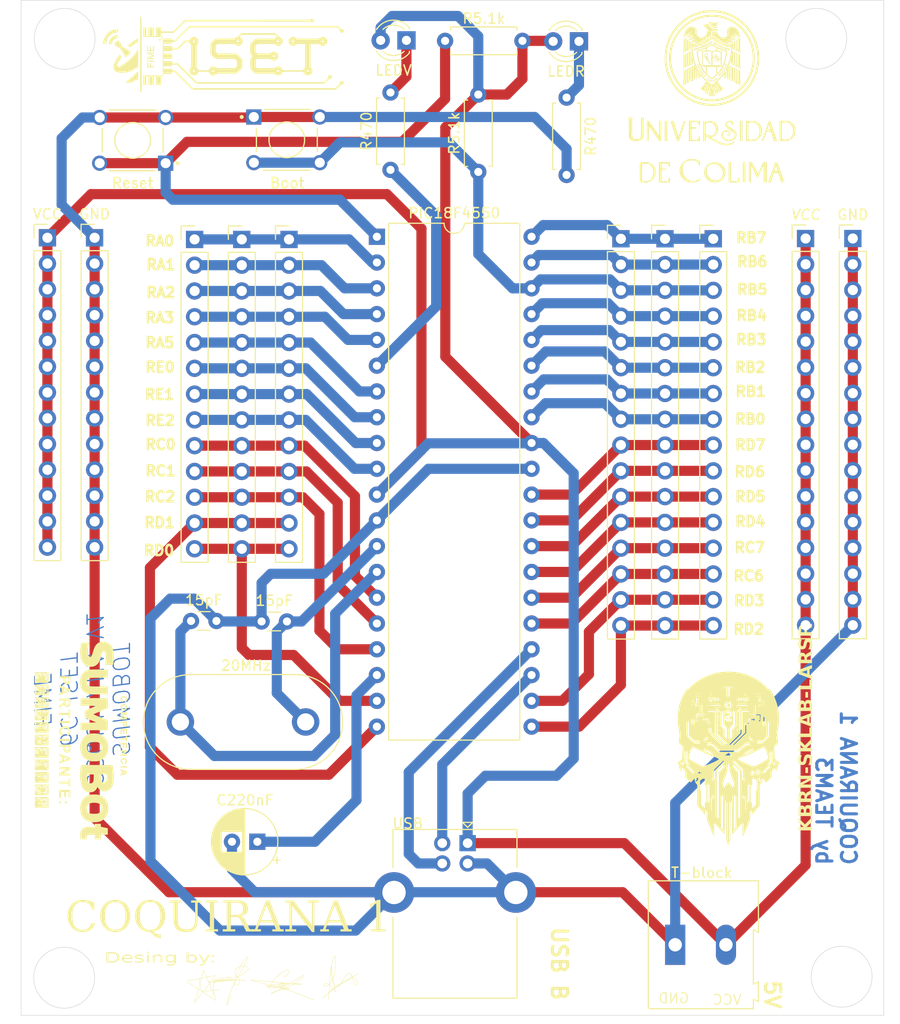
<source format=kicad_pcb>
(kicad_pcb (version 20240108) (generator "pcbnew") (generator_version "8.0")
  (layers (0 "F.Cu" signal) (31 "B.Cu" signal) (34 "B.Paste" user) (35 "F.Paste" user) (36 "B.SilkS" user "B.Silkscreen") (37 "F.SilkS" user "F.Silkscreen") (38 "B.Mask" user) (39 "F.Mask" user) (44 "Edge.Cuts" user))
  (net 0 "")
  (net 1 "Net-(U1-OSC1{slash}CLKI)")
  (net 2 "Earth")
  (net 3 "Net-(U1-RA6{slash}OSC2{slash}CLKO)")
  (net 4 "Net-(U1-VUSB)")
  (net 5 "Net-(D1-K)")
  (net 6 "VCC")
  (net 7 "Net-(D2-K)")
  (net 8 "Net-(J1-D-)")
  (net 9 "Net-(J1-D+)")
  (net 10 "pin4")
  (net 11 "pin3")
  (net 12 "pin2")
  (net 13 "pin5")
  (net 14 "pin37")
  (net 15 "pin33")
  (net 16 "pin35")
  (net 17 "pin34")
  (net 18 "pin38")
  (net 19 "pin7")
  (net 20 "pin36")
  (net 21 "pin39")
  (net 22 "pin16")
  (net 23 "pin17")
  (net 24 "pin21")
  (net 25 "pin19")
  (net 26 "pin25")
  (net 27 "pin20")
  (net 28 "pin26")
  (net 29 "pin15")
  (net 30 "pin10")
  (net 31 "pin8")
  (net 32 "pin27")
  (net 33 "pin28")
  (net 34 "pin9")
  (net 35 "pin30")
  (net 36 "pin22")
  (net 37 "pin29")
  (net 38 "Net-(U1-Vpp{slash}~{MCLR}{slash}RE3)")
  (net 39 "Net-(U1-RA4{slash}T0CKI{slash}C1OUT{slash}RCV)")
  (net 40 "pin40")
  (footprint "Resistor_THT:R_Axial_DIN0207_L6.3mm_D2.5mm_P7.62mm_Horizontal" (layer "F.Cu") (at 148.48 45.65)
    (property "Reference" "R5.1k")
    (property "Value" "5.1k")
  )
  (footprint "Connector_PinHeader_2.54mm:PinHeader_1x13_P2.54mm_Vertical" (layer "F.Cu") (at 123.8 65.21)
    (property "Reference" "J3" (hide yes))
    (property "Value" "Conn_01x13")
  )
  (footprint "Connector_PinHeader_2.54mm:PinHeader_1x13_P2.54mm_Vertical" (layer "F.Cu") (at 109.3 65.05)
    (property "Reference" "VCC")
    (property "Value" "Conn_01x13")
  )
  (footprint "Capacitor_THT:C_Disc_D3.0mm_W1.6mm_P2.50mm" (layer "F.Cu") (at 130.4 102.85)
    (property "Reference" "15pF")
    (property "Value" "15pF")
  )
  (footprint "Connector_PinHeader_2.54mm:PinHeader_1x16_P2.54mm_Vertical" (layer "F.Cu") (at 184 65.12)
    (property "Reference" "VCC")
    (property "Value" "Conn_01x16")
  )
  (footprint "Capacitor_THT:CP_Radial_D6.3mm_P2.50mm" (layer "F.Cu") (at 129.98238 124.55 180)
    (property "Reference" "C220nF")
    (property "Value" "220nF")
  )
  (footprint "Package_DIP:DIP-40_W15.24mm" (layer "F.Cu") (at 141.76 64.95)
    (property "Reference" "PIC18F4550")
    (property "Value" "PIC18F4550-IP")
  )
  (footprint "LED_THT:LED_D3.0mm" (layer "F.Cu") (at 161.67 45.7 180)
    (property "Reference" "LEDR")
    (property "Value" "LED")
  )
  (footprint "Connector_PinHeader_2.54mm:PinHeader_1x13_P2.54mm_Vertical" (layer "F.Cu") (at 128.45 65.21)
    (property "Reference" "J4" (hide yes))
    (property "Value" "Conn_01x13")
  )
  (footprint "Connector_USB:USB_B_Lumberg_2411_02_Horizontal" (layer "F.Cu") (at 150.7 124.69 -90)
    (property "Reference" "USB")
    (property "Value" "USB_B")
  )
  (footprint "Resistor_THT:R_Axial_DIN0207_L6.3mm_D2.5mm_P7.62mm_Horizontal" (layer "F.Cu") (at 151.75 58.56 90)
    (property "Reference" "R5.1k")
    (property "Value" "5.1k")
  )
  (footprint "Images:cabroncalavera" (layer "F.Cu") (at 176.4 116.35)
    (property "Reference" "G***" (hide yes))
    (property "Value" "LOGO" (hide yes))
  )
  (footprint "Library:pushbutton" (layer "F.Cu") (at 132.885 55.4)
    (property "Reference" "Boot")
    (property "Value" "1825910-6")
  )
  (footprint "TerminalBlock:TerminalBlock_Altech_AK300-2_P5.00mm" (layer "F.Cu") (at 171.15 134.7)
    (property "Reference" "T-block")
    (property "Value" "Screw_Terminal_01x02")
  )
  (footprint "Library:pushbutton" (layer "F.Cu") (at 117.7 55.45 180)
    (property "Reference" "Reset")
    (property "Value" "1825910-6")
  )
  (footprint "Images:firmas" (layer "F.Cu") (at 131.5 138.2)
    (property "Reference" "G***" (hide yes))
    (property "Value" "LOGO" (hide yes))
  )
  (footprint "Connector_PinHeader_2.54mm:PinHeader_1x16_P2.54mm_Vertical" (layer "F.Cu") (at 165.8 65.15)
    (property "Reference" "J6" (hide yes))
    (property "Value" "Conn_01x16")
  )
  (footprint "LED_THT:LED_D3.0mm" (layer "F.Cu") (at 144.67 45.6 180)
    (property "Reference" "LEDV")
    (property "Value" "LED")
  )
  (footprint "Images:isetlogopeque2" (layer "F.Cu") (at 126.8 46.95)
    (property "Reference" "G***" (hide yes))
    (property "Value" "LOGO" (hide yes))
  )
  (footprint "Resistor_THT:R_Axial_DIN0207_L6.3mm_D2.5mm_P7.62mm_Horizontal" (layer "F.Cu") (at 143.1 58.36 90)
    (property "Reference" "R470")
    (property "Value" "470")
  )
  (footprint "Capacitor_THT:C_Disc_D3.0mm_W1.6mm_P2.50mm" (layer "F.Cu") (at 123.45 102.8)
    (property "Reference" "15pF")
    (property "Value" "15pF")
  )
  (footprint "Images:isetlogomedio" (layer "F.Cu") (at 174.85 51.1)
    (property "Reference" "G***" (hide yes))
    (property "Value" "LOGO" (hide yes))
  )
  (footprint "Connector_PinHeader_2.54mm:PinHeader_1x13_P2.54mm_Vertical" (layer "F.Cu") (at 113.95 65.05)
    (property "Reference" "GND")
    (property "Value" "Conn_01x13")
  )
  (footprint "Resistor_THT:R_Axial_DIN0207_L6.3mm_D2.5mm_P7.62mm_Horizontal" (layer "F.Cu") (at 160.45 51.24 -90)
    (property "Reference" "R470")
    (property "Value" "470")
  )
  (footprint "Crystal:Crystal_HC33-U_Vertical" (layer "F.Cu") (at 122.4 112.75)
    (property "Reference" "20MHz")
    (property "Value" "20MHZ")
  )
  (footprint "Images:sumobot" (layer "F.Cu") (at 113.1 114.2 -90)
    (property "Reference" "G***" (hide yes))
    (property "Value" "LOGO" (hide yes))
  )
  (footprint "Connector_PinHeader_2.54mm:PinHeader_1x16_P2.54mm_Vertical" (layer "F.Cu") (at 174.9 65.15)
    (property "Reference" "J8" (hide yes))
    (property "Value" "Conn_01x16")
  )
  (footprint "Connector_PinHeader_2.54mm:PinHeader_1x13_P2.54mm_Vertical" (layer "F.Cu") (at 133.1 65.21)
    (property "Reference" "J5" (hide yes))
    (property "Value" "Conn_01x13")
  )
  (footprint "Connector_PinHeader_2.54mm:PinHeader_1x16_P2.54mm_Vertical" (layer "F.Cu") (at 170.15 65.15)
    (property "Reference" "J7" (hide yes))
    (property "Value" "Conn_01x16")
  )
  (footprint "Connector_PinHeader_2.54mm:PinHeader_1x16_P2.54mm_Vertical" (layer "F.Cu") (at 188.65 65.12)
    (property "Reference" "GND")
    (property "Value" "Conn_01x16")
  )
  (gr_circle (center 111 45.45) (end 114 45.45) (stroke (width 0.05)) (fill none) (layer "Edge.Cuts"))
  (gr_circle (center 185.05 45.45) (end 188.05 45.45) (stroke (width 0.05)) (fill none) (layer "Edge.Cuts"))
  (gr_rect (start 106.7 41.65) (end 191.7 141.65) (stroke (width 0.05)) (fill none) (layer "Edge.Cuts"))
  (gr_circle (center 187.55 137.85) (end 190.55 137.85) (stroke (width 0.05)) (fill none) (layer "Edge.Cuts"))
  (gr_circle (center 110.95 137.95) (end 113.95 137.95) (stroke (width 0.05)) (fill none) (layer "Edge.Cuts"))
  (gr_text "SUMOBOT\nCOQUIRANA V1\n6C ISET\nFIME\n" (at 107.85 110.65 270) (layer "B.Cu") (effects (font (size 1.6 1.6) (thickness 0.125) (italic yes)) (justify bottom mirror)))
  (gr_text "COQUIRANA 1 \nby TEAM3 " (at 184.9 127 -90) (layer "B.Cu") (effects (font (size 1.5 1.5) (thickness 0.3) (bold yes)) (justify left bottom mirror)))
  (gr_text "RB5\n\n\n" (at 177.1 73.95 0) (layer "F.SilkS") (effects (font (size 1 1) (thickness 0.25) (bold yes)) (justify left bottom)))
  (gr_text "RA2\n\n\n" (at 118.9 74.25 0) (layer "F.SilkS") (effects (font (size 1 1) (thickness 0.25) (bold yes)) (justify left bottom)))
  (gr_text "RA5\n\n\n" (at 118.8 79.2 0) (layer "F.SilkS") (effects (font (size 1 1) (thickness 0.25) (bold yes)) (justify left bottom)))
  (gr_text "RD7" (at 176.9 86.05 0) (layer "F.SilkS") (effects (font (size 1 1) (thickness 0.25) (bold yes)) (justify left bottom)))
  (gr_text "RB0\n" (at 176.9 83.5 0) (layer "F.SilkS") (effects (font (size 1 1) (thickness 0.25) (bold yes)) (justify left bottom)))
  (gr_text "RB3\n\n\n" (at 177 78.9 0) (layer "F.SilkS") (effects (font (size 1 1) (thickness 0.25) (bold yes)) (justify left bottom)))
  (gr_text "USB B\n" (at 158.85 132.8 270) (layer "F.SilkS") (effects (font (size 1.5 1.5) (thickness 0.3) (bold yes)) (justify left bottom)))
  (gr_text "VCC" (at 177.75 140.7 0) (layer "F.SilkS") (effects (font (size 1 1) (thickness 0.1)) (justify left bottom mirror)))
  (gr_text "RC7" (at 176.85 96.15 0) (layer "F.SilkS") (effects (font (size 1 1) (thickness 0.25) (bold yes)) (justify left bottom)))
  (gr_text "RB7\n" (at 177 65.65 0) (layer "F.SilkS") (effects (font (size 1 1) (thickness 0.25) (bold yes)) (justify left bottom)))
  (gr_text "RD4\n" (at 176.9 93.6 0) (layer "F.SilkS") (effects (font (size 1 1) (thickness 0.25) (bold yes)) (justify left bottom)))
  (gr_text "RD5" (at 176.9 91.15 0) (layer "F.SilkS") (effects (font (size 1 1) (thickness 0.25) (bold yes)) (justify left bottom)))
  (gr_text "RA0\n" (at 118.8 65.95 0) (layer "F.SilkS") (effects (font (size 1 1) (thickness 0.25) (bold yes)) (justify left bottom)))
  (gr_text "RC1\n" (at 118.8 88.6 0) (layer "F.SilkS") (effects (font (size 1 1) (thickness 0.25) (bold yes)) (justify left bottom)))
  (gr_text "RD6" (at 176.85 88.7 0) (layer "F.SilkS") (effects (font (size 1 1) (thickness 0.25) (bold yes)) (justify left bottom)))
  (gr_text "RC6" (at 176.75 98.95 0) (layer "F.SilkS") (effects (font (size 1 1) (thickness 0.25) (bold yes)) (justify left bottom)))
  (gr_text "RB2" (at 176.9 78.4 0) (layer "F.SilkS") (effects (font (size 1 1) (thickness 0.25) (bold yes)) (justify left bottom)))
  (gr_text "RE1\n\n\n\n" (at 118.75 85.9 0) (layer "F.SilkS") (effects (font (size 1 1) (thickness 0.25) (bold yes)) (justify left bottom)))
  (gr_text "GND" (at 172.6 140.55 0) (layer "F.SilkS") (effects (font (size 1 1) (thickness 0.1)) (justify left bottom mirror)))
  (gr_text "COQUIRANA 1" (at 111.05 133.9 0) (layer "F.SilkS") (effects (font (size 3 3) (thickness 0.25)) (justify left bottom)))
  (gr_text "KBRN-SKLAB-LARSR" (at 184.85 123.6 90) (layer "F.SilkS") (effects (font (size 1.3 1.3) (thickness 0.2) (bold yes)) (justify left bottom)))
  (gr_text "RC2\n" (at 118.75 91.15 0) (layer "F.SilkS") (effects (font (size 1 1) (thickness 0.25) (bold yes)) (justify left bottom)))
  (gr_text "RA3\n\n\n\n" (at 118.8 78.35 0) (layer "F.SilkS") (effects (font (size 1 1) (thickness 0.25) (bold yes)) (justify left bottom)))
  (gr_text "Desing by:" (at 114.9 135.45 0) (layer "F.SilkS") (effects (font (size 1 1.5) (thickness 0.25) (italic yes)) (justify left top)))
  (gr_text "RA1\n\n" (at 118.9 69.9 0) (layer "F.SilkS") (effects (font (size 1 1) (thickness 0.25) (bold yes)) (justify left bottom)))
  (gr_text "RB6\n\n" (at 177.1 69.6 0) (layer "F.SilkS") (effects (font (size 1 1) (thickness 0.25) (bold yes)) (justify left bottom)))
  (gr_text "5V " (at 179.85 138.05 -90) (layer "F.SilkS") (effects (font (size 1.5 1.5) (thickness 0.3) (bold yes)) (justify left bottom)))
  (gr_text "RE0\n\n\n" (at 118.8 81.6 0) (layer "F.SilkS") (effects (font (size 1 1) (thickness 0.25) (bold yes)) (justify left bottom)))
  (gr_text "RE2\n\n\n\n" (at 118.8 88.45 0) (layer "F.SilkS") (effects (font (size 1 1) (thickness 0.25) (bold yes)) (justify left bottom)))
  (gr_text "RC0\n" (at 118.8 86 0) (layer "F.SilkS") (effects (font (size 1 1) (thickness 0.25) (bold yes)) (justify left bottom)))
  (gr_text "RD3" (at 176.8 101.4 0) (layer "F.SilkS") (effects (font (size 1 1) (thickness 0.25) (bold yes)) (justify left bottom)))
  (gr_text "RD0" (at 118.65 96.45 0) (layer "F.SilkS") (effects (font (size 1 1) (thickness 0.25) (bold yes)) (justify left bottom)))
  (gr_text "RB4" (at 177.05 73.3 0) (layer "F.SilkS") (effects (font (size 1 1) (thickness 0.25) (bold yes)) (justify left bottom)))
  (gr_text "RB1\n\n\n\n" (at 176.95 85.6 0) (layer "F.SilkS") (effects (font (size 1 1) (thickness 0.25) (bold yes)) (justify left bottom)))
  (gr_text "RD1\n" (at 118.7 93.7 0) (layer "F.SilkS") (effects (font (size 1 1) (thickness 0.25) (bold yes)) (justify left bottom)))
  (gr_text "RD2" (at 176.75 104.2 0) (layer "F.SilkS") (effects (font (size 1 1) (thickness 0.25) (bold yes)) (justify left bottom)))
  (segment (start 134.74 112.75) (end 131.9 109.91) (width 1) (layer "B.Cu") (net 1))
  (segment (start 131.9 109.91) (end 131.9 103.85) (width 1) (layer "B.Cu") (net 1))
  (segment (start 141.76 95.43) (end 134.34 102.85) (width 1) (layer "B.Cu") (net 1))
  (segment (start 134.34 102.85) (end 132.9 102.85) (width 1) (layer "B.Cu") (net 1))
  (segment (start 131.9 103.85) (end 132.9 102.85) (width 1) (layer "B.Cu") (net 1))
  (segment (start 165.9725 129.5225) (end 171.15 134.7) (width 1) (layer "F.Cu") (net 2))
  (segment (start 129.585 53.2) (end 129.635 53.15) (width 1) (layer "F.Cu") (net 2))
  (segment (start 188.65 65.12) (end 188.65 103.22) (width 1) (layer "F.Cu") (net 2))
  (segment (start 155.4775 129.5225) (end 165.9725 129.5225) (width 1) (layer "F.Cu") (net 2))
  (segment (start 129.635 53.15) (end 136.135 53.15) (width 1) (layer "F.Cu") (net 2))
  (segment (start 113.95 95.53) (end 113.95 65.05) (width 1) (layer "F.Cu") (net 2))
  (segment (start 121.2725 129.5225) (end 143.45 129.5225) (width 1) (layer "F.Cu") (net 2))
  (segment (start 155.45 129.55) (end 155.4775 129.5225) (width 1) (layer "F.Cu") (net 2))
  (segment (start 120.95 53.2) (end 129.585 53.2) (width 1) (layer "F.Cu") (net 2))
  (segment (start 113.95 95.53) (end 113.95 122.2) (width 1) (layer "F.Cu") (net 2))
  (segment (start 120.95 53.2) (end 114.45 53.2) (width 1) (layer "F.Cu") (net 2))
  (segment (start 113.95 122.2) (end 121.2725 129.5225) (width 1) (layer "F.Cu") (net 2))
  (segment (start 131.3 98.15) (end 130.4 99.05) (width 1) (layer "B.Cu") (net 2))
  (segment (start 129.7225 129.5225) (end 127.48238 127.28238) (width 1) (layer "B.Cu") (net 2))
  (segment (start 114.45 53.2) (end 112.75 53.2) (width 1) (layer "B.Cu") (net 2))
  (segment (start 146.84 87.81) (end 141.76 92.89) (width 1) (layer "B.Cu") (net 2))
  (segment (start 188.65 103.22) (end 171.15 120.72) (width 1) (layer "B.Cu") (net 2))
  (segment (start 136.5 98.15) (end 131.3 98.15) (width 1) (layer "B.Cu") (net 2))
  (segment (start 155.45 129.5225) (end 152.6175 126.69) (width 1) (layer "B.Cu") (net 2))
  (segment (start 157 87.81) (end 146.84 87.81) (width 1) (layer "B.Cu") (net 2))
  (segment (start 123.75 100.6) (end 125.95 102.8) (width 1) (layer "B.Cu") (net 2))
  (segment (start 110.7 55.25) (end 110.7 61.8) (width 1) (layer "B.Cu") (net 2))
  (segment (start 121.4 100.6) (end 123.75 100.6) (width 1) (layer "B.Cu") (net 2))
  (segment (start 126 102.85) (end 125.95 102.8) (width 0.2) (layer "B.Cu") (net 2))
  (segment (start 130.35 102.8) (end 130.4 102.85) (width 0.2) (layer "B.Cu") (net 2))
  (segment (start 130.4 102.85) (end 126 102.85) (width 1) (layer "B.Cu") (net 2))
  (segment (start 141.76 92.89) (end 136.5 98.15) (width 1) (layer "B.Cu") (net 2))
  (segment (start 119.45 126.45) (end 119.45 102.55) (width 1) (layer "B.Cu") (net 2))
  (segment (start 139.6725 133.3) (end 126.3 133.3) (width 1) (layer "B.Cu") (net 2))
  (segment (start 112.75 53.2) (end 110.7 55.25) (width 1) (layer "B.Cu") (net 2))
  (segment (start 126.15 133.15) (end 119.45 126.45) (width 1) (layer "B.Cu") (net 2))
  (segment (start 143.45 129.5225) (end 129.7225 129.5225) (width 1) (layer "B.Cu") (net 2))
  (segment (start 130.4 99.05) (end 130.4 102.85) (width 1) (layer "B.Cu") (net 2))
  (segment (start 143.45 129.5225) (end 155.45 129.5225) (width 1) (layer "B.Cu") (net 2))
  (segment (start 160.45 56.3) (end 160.45 58.86) (width 1) (layer "B.Cu") (net 2))
  (segment (start 171.15 120.72) (end 171.15 134.7) (width 1) (layer "B.Cu") (net 2))
  (segment (start 119.45 102.55) (end 121.4 100.6) (width 1) (layer "B.Cu") (net 2))
  (segment (start 143.45 129.5225) (end 139.6725 133.3) (width 1) (layer "B.Cu") (net 2))
  (segment (start 136.135 53.15) (end 157.3 53.15) (width 1) (layer "B.Cu") (net 2))
  (segment (start 126.3 133.3) (end 126.15 133.15) (width 1) (layer "B.Cu") (net 2))
  (segment (start 110.7 61.8) (end 113.95 65.05) (width 1) (layer "B.Cu") (net 2))
  (segment (start 157.3 53.15) (end 160.45 56.3) (width 1) (layer "B.Cu") (net 2))
  (segment (start 152.6175 126.69) (end 150.7 126.69) (width 1) (layer "B.Cu") (net 2))
  (segment (start 127.48238 127.28238) (end 127.48238 124.55) (width 1) (layer "B.Cu") (net 2))
  (segment (start 122.4 112.75) (end 125.75 116.1) (width 1) (layer "B.Cu") (net 3))
  (segment (start 137.65 114) (end 137.65 102.08) (width 1) (layer "B.Cu") (net 3))
  (segment (start 137.65 102.08) (end 141.76 97.97) (width 1) (layer "B.Cu") (net 3))
  (segment (start 122.4 112.75) (end 122.4 103.85) (width 1) (layer "B.Cu") (net 3))
  (segment (start 135.55 116.1) (end 137.65 114) (width 1) (layer "B.Cu") (net 3))
  (segment (start 122.4 103.85) (end 123.45 102.8) (width 1) (layer "B.Cu") (net 3))
  (segment (start 125.75 116.1) (end 135.55 116.1) (width 1) (layer "B.Cu") (net 3))
  (segment (start 139.75 110.14) (end 141.76 108.13) (width 1) (layer "B.Cu") (net 4))
  (segment (start 135.65 124.55) (end 139.75 120.45) (width 1) (layer "B.Cu") (net 4))
  (segment (start 139.75 120.45) (end 139.75 110.14) (width 1) (layer "B.Cu") (net 4))
  (segment (start 129.98238 124.55) (end 135.65 124.55) (width 1) (layer "B.Cu") (net 4))
  (segment (start 143.1 50.74) (end 144.67 49.17) (width 1) (layer "F.Cu") (net 5))
  (segment (start 144.67 49.17) (end 144.67 45.6) (width 1) (layer "F.Cu") (net 5))
  (segment (start 156.1 45.65) (end 156.1 49.4) (width 1) (layer "F.Cu") (net 6))
  (segment (start 151.75 50.94) (end 148.5 54.19) (width 1) (layer "F.Cu") (net 6))
  (segment (start 154.56 50.94) (end 151.75 50.94) (width 1) (layer "F.Cu") (net 6))
  (segment (start 146.15 85.96) (end 146.15 64.15) (width 1) (layer "F.Cu") (net 6))
  (segment (start 113.6 60.75) (end 109.3 65.05) (width 1) (layer "F.Cu") (net 6))
  (segment (start 141.76 90.35) (end 146.15 85.96) (width 1) (layer "F.Cu") (net 6))
  (segment (start 166.14 124.69) (end 176.15 134.7) (width 1) (layer "F.Cu") (net 6))
  (segment (start 184 103.22) (end 184 126.85) (width 1) (layer "F.Cu") (net 6))
  (segment (start 184 126.85) (end 176.15 134.7) (width 1) (layer "F.Cu") (net 6))
  (segment (start 109.3 65.05) (end 109.3 95.53) (width 1) (layer "F.Cu") (net 6))
  (segment (start 156.1 49.4) (end 154.56 50.94) (width 1) (layer "F.Cu") (net 6))
  (segment (start 148.5 76.77) (end 157 85.27) (width 1) (layer "F.Cu") (net 6))
  (segment (start 159.08 45.65) (end 159.13 45.7) (width 0.2) (layer "F.Cu") (net 6))
  (segment (start 156.1 45.65) (end 159.08 45.65) (width 1) (layer "F.Cu") (net 6))
  (segment (start 184 65.12) (end 184 103.22) (width 1) (layer "F.Cu") (net 6))
  (segment (start 150.7 124.69) (end 166.14 124.69) (width 1) (layer "F.Cu") (net 6))
  (segment (start 142.75 60.75) (end 113.6 60.75) (width 1) (layer "F.Cu") (net 6))
  (segment (start 148.5 54.19) (end 148.5 76.77) (width 1) (layer "F.Cu") (net 6))
  (segment (start 146.15 64.15) (end 142.75 60.75) (width 1) (layer "F.Cu") (net 6))
  (segment (start 158.17 85.27) (end 157 85.27) (width 1) (layer "B.Cu") (net 6))
  (segment (start 150.7 119.8) (end 152.45 118.05) (width 1) (layer "B.Cu") (net 6))
  (segment (start 150.7 124.69) (end 150.7 119.8) (width 1) (layer "B.Cu") (net 6))
  (segment (start 146.81 85.3) (end 141.76 90.35) (width 1) (layer "B.Cu") (net 6))
  (segment (start 142.13 44.327208) (end 142.13 45.6) (width 1) (layer "B.Cu") (net 6))
  (segment (start 151.75 50.94) (end 151.75 45.2) (width 1) (layer "B.Cu") (net 6))
  (segment (start 161.15 116.35) (end 161.15 88.25) (width 1) (layer "B.Cu") (net 6))
  (segment (start 143.257208 43.2) (end 142.13 44.327208) (width 1) (layer "B.Cu") (net 6))
  (segment (start 159.45 118.05) (end 161.15 116.35) (width 1) (layer "B.Cu") (net 6))
  (segment (start 161.15 88.25) (end 158.17 85.27) (width 1) (layer "B.Cu") (net 6))
  (segment (start 149.75 43.2) (end 143.257208 43.2) (width 1) (layer "B.Cu") (net 6))
  (segment (start 157 85.27) (end 156.97 85.3) (width 1) (layer "B.Cu") (net 6))
  (segment (start 152.45 118.05) (end 159.45 118.05) (width 1) (layer "B.Cu") (net 6))
  (segment (start 151.75 45.2) (end 149.75 43.2) (width 1) (layer "B.Cu") (net 6))
  (segment (start 156.97 85.3) (end 146.81 85.3) (width 1) (layer "B.Cu") (net 6))
  (segment (start 161.67 45.7) (end 161.67 50.02) (width 1) (layer "B.Cu") (net 7))
  (segment (start 161.67 50.02) (end 160.45 51.24) (width 1) (layer "B.Cu") (net 7))
  (segment (start 148.2 124.69) (end 148.2 116.93) (width 1) (layer "B.Cu") (net 8))
  (segment (start 148.2 116.93) (end 157 108.13) (width 1) (layer "B.Cu") (net 8))
  (segment (start 148.2 126.69) (end 145.84 126.69) (width 1) (layer "B.Cu") (net 9))
  (segment (start 145.84 126.69) (end 144.9 125.75) (width 1) (layer "B.Cu") (net 9))
  (segment (start 144.9 125.75) (end 144.9 117.69) (width 1) (layer "B.Cu") (net 9))
  (segment (start 144.9 117.69) (end 157 105.59) (width 1) (layer "B.Cu") (net 9))
  (segment (start 141.76 72.57) (end 138.47 72.57) (width 1) (layer "B.Cu") (net 10))
  (segment (start 128.45 70.29) (end 123.8 70.29) (width 1) (layer "B.Cu") (net 10))
  (segment (start 138.47 72.57) (end 136.19 70.29) (width 1) (layer "B.Cu") (net 10))
  (segment (start 136.19 70.29) (end 133.1 70.29) (width 1) (layer "B.Cu") (net 10))
  (segment (start 133.1 70.29) (end 128.45 70.29) (width 1) (layer "B.Cu") (net 10))
  (segment (start 141.76 70.03) (end 138.58 70.03) (width 1) (layer "B.Cu") (net 11))
  (segment (start 133.1 67.75) (end 128.45 67.75) (width 1) (layer "B.Cu") (net 11))
  (segment (start 128.45 67.75) (end 123.8 67.75) (width 1) (layer "B.Cu") (net 11))
  (segment (start 138.58 70.03) (end 136.3 67.75) (width 1) (layer "B.Cu") (net 11))
  (segment (start 136.3 67.75) (end 133.1 67.75) (width 1) (layer "B.Cu") (net 11))
  (segment (start 141.3 67.49) (end 141.76 67.49) (width 1) (layer "B.Cu") (net 12))
  (segment (start 133.1 65.21) (end 128.45 65.21) (width 1) (layer "B.Cu") (net 12))
  (segment (start 128.45 65.21) (end 123.8 65.21) (width 1) (layer "B.Cu") (net 12))
  (segment (start 139.02 65.21) (end 141.3 67.49) (width 1) (layer "B.Cu") (net 12))
  (segment (start 133.1 65.21) (end 139.02 65.21) (width 1) (layer "B.Cu") (net 12))
  (segment (start 136.63 72.83) (end 133.1 72.83) (width 1) (layer "B.Cu") (net 13))
  (segment (start 133.1 72.83) (end 128.45 72.83) (width 1) (layer "B.Cu") (net 13))
  (segment (start 141.76 75.11) (end 138.91 75.11) (width 1) (layer "B.Cu") (net 13))
  (segment (start 138.91 75.11) (end 136.63 72.83) (width 1) (layer "B.Cu") (net 13))
  (segment (start 128.45 72.83) (end 123.8 72.83) (width 1) (layer "B.Cu") (net 13))
  (segment (start 165.8 72.77) (end 170.15 72.77) (width 1) (layer "B.Cu") (net 14))
  (segment (start 157 72.35) (end 157 72.57) (width 0.2) (layer "B.Cu") (net 14))
  (segment (start 170.15 72.77) (end 174.9 72.77) (width 1) (layer "B.Cu") (net 14))
  (segment (start 158.05 71.52) (end 158.05 71.5) (width 0.2) (layer "B.Cu") (net 14))
  (segment (start 164.53 71.5) (end 165.8 72.77) (width 1) (layer "B.Cu") (net 14))
  (segment (start 157 72.57) (end 158.05 71.52) (width 1) (layer "B.Cu") (net 14))
  (segment (start 158.05 71.5) (end 164.53 71.5) (width 1) (layer "B.Cu") (net 14))
  (segment (start 170.15 82.93) (end 174.9 82.93) (width 1) (layer "B.Cu") (net 15))
  (segment (start 165.8 82.93) (end 170.15 82.93) (width 1) (layer "B.Cu") (net 15))
  (segment (start 157 82.73) (end 158.38 81.35) (width 1) (layer "B.Cu") (net 15))
  (segment (start 164.22 81.35) (end 165.8 82.93) (width 1) (layer "B.Cu") (net 15))
  (segment (start 158.38 81.35) (end 164.22 81.35) (width 1) (layer "B.Cu") (net 15))
  (segment (start 170.15 77.85) (end 174.9 77.85) (width 1) (layer "B.Cu") (net 16))
  (segment (start 158.4 76.25) (end 164.2 76.25) (width 1) (layer "B.Cu") (net 16))
  (segment (start 165.8 77.85) (end 170.15 77.85) (width 1) (layer "B.Cu") (net 16))
  (segment (start 164.2 76.25) (end 165.8 77.85) (width 1) (layer "B.Cu") (net 16))
  (segment (start 157 77.65) (end 158.4 76.25) (width 1) (layer "B.Cu") (net 16))
  (segment (start 157.2 77.85) (end 157 77.65) (width 0.2) (layer "B.Cu") (net 16))
  (segment (start 170.15 80.39) (end 174.9 80.39) (width 1) (layer "B.Cu") (net 17))
  (segment (start 157 80.19) (end 158.19 79) (width 1) (layer "B.Cu") (net 17))
  (segment (start 158.19 79) (end 164.41 79) (width 1) (layer "B.Cu") (net 17))
  (segment (start 165.8 80.39) (end 170.15 80.39) (width 1) (layer "B.Cu") (net 17))
  (segment (start 157.2 80.39) (end 157 80.19) (width 0.2) (layer "B.Cu") (net 17))
  (segment (start 164.41 79) (end 165.8 80.39) (width 1) (layer "B.Cu") (net 17))
  (segment (start 164.72 69.15) (end 165.8 70.23) (width 1) (layer "B.Cu") (net 18))
  (segment (start 136.135 57.65) (end 129.635 57.65) (width 1) (layer "B.Cu") (net 18))
  (segment (start 170.15 70.23) (end 174.9 70.23) (width 1) (layer "B.Cu") (net 18))
  (segment (start 157 70.03) (end 155.13 70.03) (width 1) (layer "B.Cu") (net 18))
  (segment (start 155.13 70.03) (end 151.75 66.65) (width 1) (layer "B.Cu") (net 18))
  (segment (start 157 70.03) (end 157.88 69.15) (width 1) (layer "B.Cu") (net 18))
  (segment (start 157.88 69.15) (end 164.72 69.15) (width 1) (layer "B.Cu") (net 18))
  (segment (start 138.135 55.65) (end 148.84 55.65) (width 1) (layer "B.Cu") (net 18))
  (segment (start 151.75 66.65) (end 151.75 58.56) (width 1) (layer "B.Cu") (net 18))
  (segment (start 148.84 55.65) (end 151.75 58.56) (width 1) (layer "B.Cu") (net 18))
  (segment (start 136.135 57.65) (end 138.135 55.65) (width 1) (layer "B.Cu") (net 18))
  (segment (start 165.8 70.23) (end 170.15 70.23) (width 1) (layer "B.Cu") (net 18))
  (segment (start 135.22 75.37) (end 133.1 75.37) (width 1) (layer "B.Cu") (net 19))
  (segment (start 140.04 80.19) (end 135.22 75.37) (width 1) (layer "B.Cu") (net 19))
  (segment (start 128.45 75.37) (end 123.8 75.37) (width 1) (layer "B.Cu") (net 19))
  (segment (start 141.76 80.19) (end 140.04 80.19) (width 1) (layer "B.Cu") (net 19))
  (segment (start 133.1 75.37) (end 128.45 75.37) (width 1) (layer "B.Cu") (net 19))
  (segment (start 157 75.11) (end 157.96 74.15) (width 1) (layer "B.Cu") (net 20))
  (segment (start 164.64 74.15) (end 165.8 75.31) (width 1) (layer "B.Cu") (net 20))
  (segment (start 157.96 74.15) (end 164.64 74.15) (width 1) (layer "B.Cu") (net 20))
  (segment (start 170.15 75.31) (end 174.9 75.31) (width 1) (layer "B.Cu") (net 20))
  (segment (start 165.8 75.31) (end 170.15 75.31) (width 1) (layer "B.Cu") (net 20))
  (segment (start 157 67.45) (end 157.7 66.75) (width 1) (layer "B.Cu") (net 21))
  (segment (start 157 67.49) (end 157 67.45) (width 0.2) (layer "B.Cu") (net 21))
  (segment (start 170.15 67.69) (end 174.9 67.69) (width 1) (layer "B.Cu") (net 21))
  (segment (start 157.7 66.75) (end 164.86 66.75) (width 1) (layer "B.Cu") (net 21))
  (segment (start 164.86 66.75) (end 165.8 67.69) (width 1) (layer "B.Cu") (net 21))
  (segment (start 165.8 67.69) (end 170.15 67.69) (width 1) (layer "B.Cu") (net 21))
  (segment (start 134.82 88.07) (end 137.9 91.15) (width 1) (layer "F.Cu") (net 22))
  (segment (start 133.1 88.07) (end 134.82 88.07) (width 1) (layer "F.Cu") (net 22))
  (segment (start 133.1 88.07) (end 128.45 88.07) (width 1) (layer "F.Cu") (net 22))
  (segment (start 128.45 88.07) (end 123.8 88.07) (width 1) (layer "F.Cu") (net 22))
  (segment (start 137.9 91.15) (end 137.9 99.19) (width 1) (layer "F.Cu") (net 22))
  (segment (start 137.9 99.19) (end 141.76 103.05) (width 1) (layer "F.Cu") (net 22))
  (segment (start 136.1 92.25) (end 136.1 103.75) (width 1) (layer "F.Cu") (net 23))
  (segment (start 136.1 103.75) (end 137.94 105.59) (width 1) (layer "F.Cu") (net 23))
  (segment (start 133.1 90.61) (end 134.46 90.61) (width 1) (layer "F.Cu") (net 23))
  (segment (start 133.1 90.61) (end 128.45 90.61) (width 1) (layer "F.Cu") (net 23))
  (segment (start 128.45 90.61) (end 123.8 90.61) (width 1) (layer "F.Cu") (net 23))
  (segment (start 134.46 90.61) (end 136.1 92.25) (width 1) (layer "F.Cu") (net 23))
  (segment (start 137.94 105.59) (end 141.76 105.59) (width 1) (layer "F.Cu") (net 23))
  (segment (start 165.8 103.25) (end 170.15 103.25) (width 1) (layer "F.Cu") (net 24))
  (segment (start 165.8 109.1) (end 165.8 103.25) (width 1) (layer "F.Cu") (net 24))
  (segment (start 170.15 103.25) (end 174.9 103.25) (width 1) (layer "F.Cu") (net 24))
  (segment (start 161.69 113.21) (end 165.8 109.1) (width 1) (layer "F.Cu") (net 24))
  (segment (start 157 113.21) (end 161.69 113.21) (width 1) (layer "F.Cu") (net 24))
  (segment (start 138.07 110.67) (end 141.76 110.67) (width 1) (layer "F.Cu") (net 25))
  (segment (start 128.45 95.69) (end 123.8 95.69) (width 1) (layer "F.Cu") (net 25))
  (segment (start 133.55 106.15) (end 138.07 110.67) (width 1) (layer "F.Cu") (net 25))
  (segment (start 128.45 95.69) (end 133.1 95.69) (width 1) (layer "F.Cu") (net 25))
  (segment (start 129.15 106.15) (end 133.55 106.15) (width 1) (layer "F.Cu") (net 25))
  (segment (start 128.45 105.45) (end 129.15 106.15) (width 1) (layer "F.Cu") (net 25))
  (segment (start 128.45 95.69) (end 128.45 105.45) (width 1) (layer "F.Cu") (net 25))
  (segment (start 157 103.05) (end 160.92 103.05) (width 1) (layer "F.Cu") (net 26))
  (segment (start 165.8 98.17) (end 170.15 98.17) (width 1) (layer "F.Cu") (net 26))
  (segment (start 160.92 103.05) (end 165.8 98.17) (width 1) (layer "F.Cu") (net 26))
  (segment (start 170.15 98.17) (end 174.9 98.17) (width 1) (layer "F.Cu") (net 26))
  (segment (start 137.02 117.95) (end 141.76 113.21) (width 1) (layer "F.Cu") (net 27))
  (segment (start 123.8 93.15) (end 119.4 97.55) (width 1) (layer "F.Cu") (net 27))
  (segment (start 122.1 117.95) (end 137.02 117.95) (width 1) (layer "F.Cu") (net 27))
  (segment (start 128.45 93.15) (end 133.1 93.15) (width 1) (layer "F.Cu") (net 27))
  (segment (start 119.4 115.25) (end 122.1 117.95) (width 1) (layer "F.Cu") (net 27))
  (segment (start 119.4 97.55) (end 119.4 115.25) (width 1) (layer "F.Cu") (net 27))
  (segment (start 123.8 93.15) (end 128.45 93.15) (width 1) (layer "F.Cu") (net 27))
  (segment (start 160.92 100.51) (end 165.8 95.63) (width 1) (layer "F.Cu") (net 28))
  (segment (start 165.8 95.63) (end 170.15 95.63) (width 1) (layer "F.Cu") (net 28))
  (segment (start 157 100.51) (end 160.92 100.51) (width 1) (layer "F.Cu") (net 28))
  (segment (start 170.15 95.63) (end 174.9 95.63) (width 1) (layer "F.Cu") (net 28))
  (segment (start 141.76 100.51) (end 139.6 98.35) (width 1) (layer "F.Cu") (net 29))
  (segment (start 134.63 85.53) (end 133.1 85.53) (width 1) (layer "F.Cu") (net 29))
  (segment (start 133.1 85.53) (end 128.45 85.53) (width 1) (layer "F.Cu") (net 29))
  (segment (start 139.6 98.35) (end 139.6 90.5) (width 1) (layer "F.Cu") (net 29))
  (segment (start 128.45 85.53) (end 123.8 85.53) (width 1) (layer "F.Cu") (net 29))
  (segment (start 139.6 90.5) (end 134.63 85.53) (width 1) (layer "F.Cu") (net 29))
  (segment (start 128.45 82.99) (end 123.8 82.99) (width 1) (layer "B.Cu") (net 30))
  (segment (start 141.76 87.81) (end 139.56 87.81) (width 1) (layer "B.Cu") (net 30))
  (segment (start 133.1 82.99) (end 128.45 82.99) (width 1) (layer "B.Cu") (net 30))
  (segment (start 134.74 82.99) (end 133.1 82.99) (width 1) (layer "B.Cu") (net 30))
  (segment (start 139.56 87.81) (end 134.74 82.99) (width 1) (layer "B.Cu") (net 30))
  (segment (start 128.45 77.91) (end 123.8 77.91) (width 1) (layer "B.Cu") (net 31))
  (segment (start 133.1 77.91) (end 128.45 77.91) (width 1) (layer "B.Cu") (net 31))
  (segment (start 141.76 82.73) (end 139.58 82.73) (width 1) (layer "B.Cu") (net 31))
  (segment (start 139.58 82.73) (end 134.76 77.91) (width 1) (layer "B.Cu") (net 31))
  (segment (start 134.76 77.91) (end 133.1 77.91) (width 1) (layer "B.Cu") (net 31))
  (segment (start 165.8 93.09) (end 170.15 93.09) (width 1) (layer "F.Cu") (net 32))
  (segment (start 170.15 93.09) (end 174.9 93.09) (width 1) (layer "F.Cu") (net 32))
  (segment (start 157 97.97) (end 160.92 97.97) (width 1) (layer "F.Cu") (net 32))
  (segment (start 160.92 97.97) (end 165.8 93.09) (width 1) (layer "F.Cu") (net 32))
  (segment (start 160.92 95.43) (end 165.8 90.55) (width 1) (layer "F.Cu") (net 33))
  (segment (start 170.15 90.55) (end 174.9 90.55) (width 1) (layer "F.Cu") (net 33))
  (segment (start 157 95.43) (end 160.92 95.43) (width 1) (layer "F.Cu") (net 33))
  (segment (start 165.8 90.55) (end 170.15 90.55) (width 1) (layer "F.Cu") (net 33))
  (segment (start 133.1 80.45) (end 128.45 80.45) (width 1) (layer "B.Cu") (net 34))
  (segment (start 128.45 80.45) (end 123.8 80.45) (width 1) (layer "B.Cu") (net 34))
  (segment (start 141.76 85.27) (end 139.67 85.27) (width 1) (layer "B.Cu") (net 34))
  (segment (start 139.67 85.27) (end 134.85 80.45) (width 1) (layer "B.Cu") (net 34))
  (segment (start 134.85 80.45) (end 133.1 80.45) (width 1) (layer "B.Cu") (net 34))
  (segment (start 157 90.35) (end 160.92 90.35) (width 1) (layer "F.Cu") (net 35))
  (segment (start 170.15 85.47) (end 174.9 85.47) (width 1) (layer "F.Cu") (net 35))
  (segment (start 165.8 85.47) (end 170.15 85.47) (width 1) (layer "F.Cu") (net 35))
  (segment (start 160.92 90.35) (end 165.8 85.47) (width 1) (layer "F.Cu") (net 35))
  (segment (start 160.03 110.67) (end 162.65 108.05) (width 1) (layer "F.Cu") (net 36))
  (segment (start 170.15 100.71) (end 174.9 100.71) (width 1) (layer "F.Cu") (net 36))
  (segment (start 162.65 108.05) (end 162.65 103.86) (width 1) (layer "F.Cu") (net 36))
  (segment (start 165.8 100.71) (end 170.15 100.71) (width 1) (layer "F.Cu") (net 36))
  (segment (start 162.65 103.86) (end 165.8 100.71) (width 1) (layer "F.Cu") (net 36))
  (segment (start 157 110.67) (end 160.03 110.67) (width 1) (layer "F.Cu") (net 36))
  (segment (start 165.8 88.01) (end 170.15 88.01) (width 1) (layer "F.Cu") (net 37))
  (segment (start 157 92.89) (end 160.92 92.89) (width 1) (layer "F.Cu") (net 37))
  (segment (start 160.92 92.89) (end 165.8 88.01) (width 1) (layer "F.Cu") (net 37))
  (segment (start 170.15 88.01) (end 174.9 88.01) (width 1) (layer "F.Cu") (net 37))
  (segment (start 120.95 57.7) (end 114.45 57.7) (width 1) (layer "F.Cu") (net 38))
  (segment (start 148.48 45.65) (end 148.48 51.37) (width 1) (layer "F.Cu") (net 38))
  (segment (start 123.05 55.6) (end 120.95 57.7) (width 1) (layer "F.Cu") (net 38))
  (segment (start 148.48 51.37) (end 144.25 55.6) (width 1) (layer "F.Cu") (net 38))
  (segment (start 141.76 64.91) (end 141.35 64.5) (width 1) (layer "F.Cu") (net 38))
  (segment (start 144.25 55.6) (end 123.05 55.6) (width 1) (layer "F.Cu") (net 38))
  (segment (start 141.76 64.95) (end 141.76 64.91) (width 1) (layer "F.Cu") (net 38))
  (segment (start 120.95 60.6) (end 121.65 61.3) (width 1) (layer "B.Cu") (net 38))
  (segment (start 138.11 61.3) (end 141.76 64.95) (width 1) (layer "B.Cu") (net 38))
  (segment (start 121.65 61.3) (end 138.11 61.3) (width 1) (layer "B.Cu") (net 38))
  (segment (start 120.95 57.7) (end 120.95 60.6) (width 1) (layer "B.Cu") (net 38))
  (segment (start 143.1 58.36) (end 147.6 62.86) (width 1) (layer "B.Cu") (net 39))
  (segment (start 147.6 71.81) (end 141.76 77.65) (width 1) (layer "B.Cu") (net 39))
  (segment (start 147.6 62.86) (end 147.6 71.81) (width 1) (layer "B.Cu") (net 39))
  (segment (start 165.8 65.15) (end 170.15 65.15) (width 1) (layer "B.Cu") (net 40))
  (segment (start 170.15 65.15) (end 174.9 65.15) (width 1) (layer "B.Cu") (net 40))
  (segment (start 157 64.95) (end 158.15 63.8) (width 1) (layer "B.Cu") (net 40))
  (segment (start 158.15 63.8) (end 164.45 63.8) (width 1) (layer "B.Cu") (net 40))
  (segment (start 164.45 63.8) (end 165.8 65.15) (width 1) (layer "B.Cu") (net 40))
)
</source>
